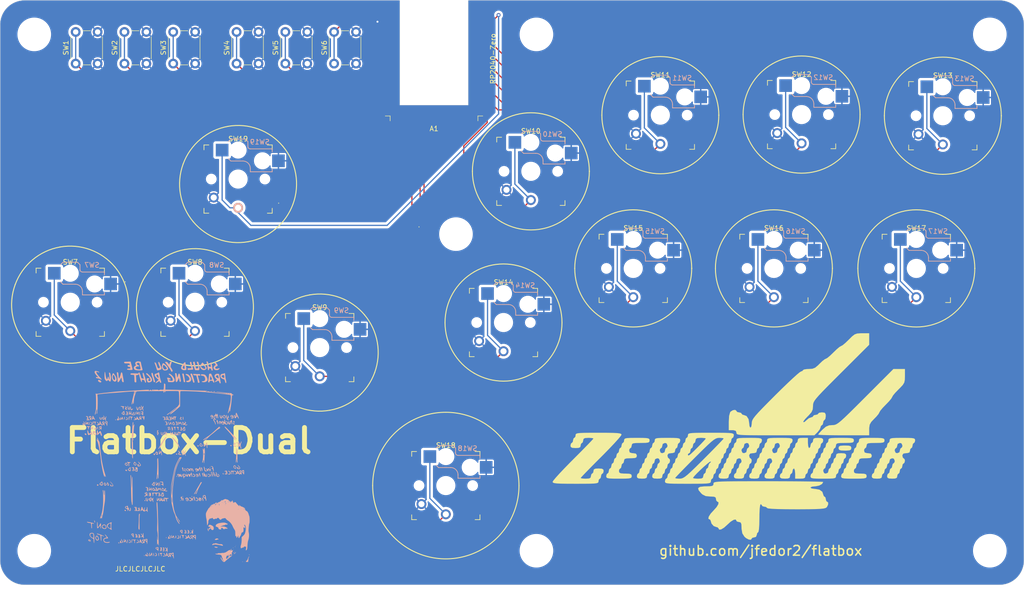
<source format=kicad_pcb>
(kicad_pcb (version 20221018) (generator pcbnew)
  (layers (0 "F.Cu" signal) (31 "B.Cu" signal) (34 "B.Paste" user) (35 "F.Paste" user) (36 "B.SilkS" user "B.Silkscreen") (37 "F.SilkS" user "F.Silkscreen") (38 "B.Mask" user) (39 "F.Mask" user) (44 "Edge.Cuts" user))
  (net 0 "")
  (net 1 "GND")
  (net 2 "LEFT")
  (net 3 "DOWN")
  (net 4 "RIGHT")
  (net 5 "UP")
  (net 6 "L1")
  (net 7 "R1")
  (net 8 "TRIANGLE")
  (net 9 "SQUARE")
  (net 10 "CIRCLE")
  (net 11 "CROSS")
  (net 12 "R2")
  (net 13 "L2")
  (net 14 "OPT1")
  (net 15 "OPT2")
  (net 16 "OPT3")
  (net 17 "OPT4")
  (net 18 "OPT5")
  (net 19 "OPT6")
  (net 23 "UP\\action")
  (footprint "Kailh:Kailh_socket_PG1350_optional" (layer "F.Cu") (at 79.96535 91.98315)
    (fp_text reference "SW8")
    (fp_text value "SW_Push")
  )
  (footprint "Kailh:Kailh_socket_PG1350_optional" (layer "F.Cu") (at 105.551488 101.29307)
    (fp_text reference "SW9")
    (fp_text value "SW_Push")
  )
  (footprint "Kailh:Kailh_socket_PG1350_optional" (layer "F.Cu") (at 131.42 129.62)
    (fp_text reference "SW18")
    (fp_text value "SW_Push")
  )
  (footprint "Kailh:Kailh_socket_PG1350_optional" (layer "F.Cu") (at 148.86 65.11)
    (fp_text reference "SW10")
    (fp_text value "SW_Push")
  )
  (footprint "Kailh:Kailh_socket_PG1350_optional" (layer "F.Cu") (at 175.42 53.58)
    (fp_text reference "SW11")
    (fp_text value "SW_Push")
  )
  (footprint "Kailh:Kailh_socket_PG1350_optional" (layer "F.Cu") (at 204.39 53.46)
    (fp_text reference "SW12")
    (fp_text value "SW_Push")
  )
  (footprint "Kailh:Kailh_socket_PG1350_optional" (layer "F.Cu") (at 233.36 53.7)
    (fp_text reference "SW13")
    (fp_text value "SW_Push")
  )
  (footprint "Kailh:Kailh_socket_PG1350_optional" (layer "F.Cu") (at 143.25 96.15)
    (fp_text reference "SW14")
    (fp_text value "SW_Push")
  )
  (footprint "Kailh:Kailh_socket_PG1350_optional" (layer "F.Cu") (at 169.86 85.04)
    (fp_text reference "SW15")
    (fp_text value "SW_Push")
  )
  (footprint "Kailh:Kailh_socket_PG1350_optional" (layer "F.Cu") (at 198.71 85.04)
    (fp_text reference "SW16")
    (fp_text value "SW_Push")
  )
  (footprint "Kailh:Kailh_socket_PG1350_optional" (layer "F.Cu") (at 227.92 85.04)
    (fp_text reference "SW17")
    (fp_text value "SW_Push")
  )
  (footprint "MountingHole:MountingHole_6.4mm_M6" (layer "F.Cu") (at 47 37)
    (fp_text reference "H1" hide)
    (fp_text value "MountingHole")
  )
  (footprint "MountingHole:MountingHole_6.4mm_M6" (layer "F.Cu") (at 47 143)
    (fp_text reference "H4" hide)
    (fp_text value "MountingHole")
  )
  (footprint "MountingHole:MountingHole_6.4mm_M6" (layer "F.Cu") (at 243 143)
    (fp_text reference "H6" hide)
    (fp_text value "MountingHole")
  )
  (footprint "MountingHole:MountingHole_6.4mm_M6" (layer "F.Cu") (at 243 37)
    (fp_text reference "H3" hide)
    (fp_text value "MountingHole")
  )
  (footprint "Kailh:Kailh_socket_PG1350_optional" (layer "F.Cu") (at 54.385121 91.98315)
    (fp_text reference "SW7")
    (fp_text value "SW_Push")
  )
  (footprint "MountingHole:MountingHole_6.4mm_M6" (layer "F.Cu") (at 150 37)
    (fp_text reference "H2" hide)
    (fp_text value "MountingHole")
  )
  (footprint "Button_Switch_THT:SW_PUSH_6mm_H5mm" (layer "F.Cu") (at 88.5 43 90)
    (fp_text reference "SW4")
    (fp_text value "SW_Push")
  )
  (footprint "Button_Switch_THT:SW_PUSH_6mm_H5mm" (layer "F.Cu") (at 65.5 43 90)
    (fp_text reference "SW2")
    (fp_text value "SW_Push")
  )
  (footprint "Button_Switch_THT:SW_PUSH_6mm_H5mm" (layer "F.Cu") (at 98.5 43 90)
    (fp_text reference "SW5")
    (fp_text value "SW_Push")
  )
  (footprint "Button_Switch_THT:SW_PUSH_6mm_H5mm" (layer "F.Cu") (at 55.5 43 90)
    (fp_text reference "SW1")
    (fp_text value "SW_Push")
  )
  (footprint "Button_Switch_THT:SW_PUSH_6mm_H5mm" (layer "F.Cu") (at 75.5 43 90)
    (fp_text reference "SW3")
    (fp_text value "SW_Push")
  )
  (footprint "Button_Switch_THT:SW_PUSH_6mm_H5mm" (layer "F.Cu") (at 108.5 43 90)
    (fp_text reference "SW6")
    (fp_text value "SW_Push")
  )
  (footprint "MountingHole:MountingHole_6.4mm_M6" (layer "F.Cu") (at 133.5 78)
    (fp_text reference "H7" hide)
    (fp_text value "MountingHole")
  )
  (footprint "MountingHole:MountingHole_6.4mm_M6" (layer "F.Cu") (at 150 143)
    (fp_text reference "H5" hide)
    (fp_text value "MountingHole")
  )
  (footprint "RP2040-Zero:RP2040-Zero" (layer "F.Cu") (at 129 42)
    (fp_text reference "A1")
    (fp_text value "RP2040-Zero")
  )
  (footprint "LOGO" (layer "F.Cu") (at 190.5 121.92)
    (fp_text reference "G***" hide)
    (fp_text value "LOGO" hide)
  )
  (footprint "Kailh:Kailh_socket_PG1350_optional" (layer "F.Cu") (at 88.811691 66.698889)
    (fp_text reference "SW19")
    (fp_text value "SW_Push")
  )
  (footprint "LOGO" (layer "B.Cu") (at 73.66 124.46 180)
    (fp_text reference "G***" hide)
    (fp_text value "LOGO" hide)
  )
  (gr_line (start 216.382567 53.463258) (end 216.382567 53.463258) (stroke (width 0.2)) (layer "F.SilkS"))
  (gr_line (start 245.355098 53.699766) (end 245.355098 53.699766) (stroke (width 0.2)) (layer "F.SilkS"))
  (gr_curve (pts (xy 68.689181 88.90075) (xy 70.158811 84.862974) (xy 73.665117 81.913834) (xy 77.887306 81.164244)) (stroke (width 0.2)) (layer "F.SilkS"))
  (gr_curve (pts (xy 89.158672 85.266686) (xy 91.911229 88.554874) (xy 92.701546 93.067857) (xy 91.231914 97.105635)) (stroke (width 0.2)) (layer "F.SilkS"))
  (gr_curve (pts (xy 181.412661 63.9974) (xy 177.701476 66.145857) (xy 173.129108 66.145857) (xy 169.417923 63.9974)) (stroke (width 0.2)) (layer "F.SilkS"))
  (gr_curve (pts (xy 233.918028 74.621539) (xy 237.629213 76.769996) (xy 239.915397 80.740507) (xy 239.915397 85.037421)) (stroke (width 0.2)) (layer "F.SilkS"))
  (gr_line (start 187.41003 53.581518) (end 187.41003 53.581518) (stroke (width 0.2)) (layer "F.SilkS"))
  (gr_curve (pts (xy 233.918028 95.453303) (xy 230.206843 97.601759) (xy 225.634475 97.601759) (xy 221.92329 95.453303)) (stroke (width 0.2)) (layer "F.SilkS"))
  (gr_curve (pts (xy 123.913745 142.649412) (xy 119.271238 139.9618) (xy 116.411337 134.994889) (xy 116.411337 129.619665)) (stroke (width 0.2)) (layer "F.SilkS"))
  (gr_curve (pts (xy 204.70893 95.453303) (xy 200.997745 97.601759) (xy 196.425377 97.601759) (xy 192.714192 95.453303)) (stroke (width 0.2)) (layer "F.SilkS"))
  (gr_curve (pts (xy 192.714192 74.621539) (xy 196.425377 72.473082) (xy 200.997745 72.473082) (xy 204.70893 74.621539)) (stroke (width 0.2)) (layer "F.SilkS"))
  (gr_curve (pts (xy 239.915397 85.037421) (xy 239.915397 89.334334) (xy 237.629213 93.304846) (xy 233.918028 95.453303)) (stroke (width 0.2)) (layer "F.SilkS"))
  (gr_curve (pts (xy 142.865684 75.530868) (xy 139.154499 73.382411) (xy 136.868315 69.4119) (xy 136.868315 65.114986)) (stroke (width 0.2)) (layer "F.SilkS"))
  (gr_curve (pts (xy 210.706299 85.037421) (xy 210.706299 89.334334) (xy 208.420115 93.304846) (xy 204.70893 95.453303)) (stroke (width 0.2)) (layer "F.SilkS"))
  (gr_curve (pts (xy 210.385198 43.047376) (xy 214.096383 45.195832) (xy 216.382567 49.166344) (xy 216.382567 53.463258)) (stroke (width 0.2)) (layer "F.SilkS"))
  (gr_line (start 181.852021 85.037421) (end 181.852021 85.037421) (stroke (width 0.2)) (layer "F.SilkS"))
  (gr_curve (pts (xy 221.92329 95.453303) (xy 218.212105 93.304846) (xy 215.925921 89.334334) (xy 215.925921 85.037421)) (stroke (width 0.2)) (layer "F.SilkS"))
  (gr_curve (pts (xy 82.033789 104.842141) (xy 77.8116 105.591729) (xy 73.514981 104.027887) (xy 70.762423 100.739699)) (stroke (width 0.2)) (layer "F.SilkS"))
  (gr_curve (pts (xy 175.854652 95.453303) (xy 172.143467 97.601759) (xy 167.571099 97.601759) (xy 163.859914 95.453303)) (stroke (width 0.2)) (layer "F.SilkS"))
  (gr_line (start 239.915397 85.037421) (end 239.915397 85.037421) (stroke (width 0.2)) (layer "F.SilkS"))
  (gr_curve (pts (xy 186.716823 85.037421) (xy 186.716823 80.740507) (xy 189.003008 76.769996) (xy 192.714192 74.621539)) (stroke (width 0.2)) (layer "F.SilkS"))
  (gr_curve (pts (xy 138.918561 142.649412) (xy 134.276055 145.337024) (xy 128.556251 145.337024) (xy 123.913745 142.649412)) (stroke (width 0.2)) (layer "F.SilkS"))
  (gr_curve (pts (xy 169.417923 43.165636) (xy 173.129108 41.01718) (xy 177.701476 41.01718) (xy 181.412661 43.165636)) (stroke (width 0.2)) (layer "F.SilkS"))
  (gr_curve (pts (xy 63.55 84.75) (xy 66.302557 88.038189) (xy 67.092873 92.551171) (xy 65.623242 96.588949)) (stroke (width 0.2)) (layer "F.SilkS"))
  (gr_curve (pts (xy 245.355098 53.699766) (xy 245.355097 60.342218) (xy 239.98487 65.72699) (xy 233.36036 65.72699)) (stroke (width 0.2)) (layer "F.SilkS"))
  (gr_curve (pts (xy 160.857791 65.114986) (xy 160.857791 69.4119) (xy 158.571607 73.382411) (xy 154.860422 75.530868)) (stroke (width 0.2)) (layer "F.SilkS"))
  (gr_curve (pts (xy 52.278634 80.647558) (xy 56.500822 79.897969) (xy 60.797443 81.461811) (xy 63.55 84.75)) (stroke (width 0.2)) (layer "F.SilkS"))
  (gr_curve (pts (xy 131.255108 96.153426) (xy 131.255108 91.856513) (xy 133.541293 87.886001) (xy 137.252477 85.737546)) (stroke (width 0.2)) (layer "F.SilkS"))
  (gr_curve (pts (xy 192.393091 53.463258) (xy 192.393091 49.166344) (xy 194.679275 45.195832) (xy 198.39046 43.047376)) (stroke (width 0.2)) (layer "F.SilkS"))
  (gr_curve (pts (xy 107.626071 114.15697) (xy 103.403884 114.906559) (xy 99.107263 113.342717) (xy 96.354705 110.054529)) (stroke (width 0.2)) (layer "F.SilkS"))
  (gr_curve (pts (xy 94.281464 98.21558) (xy 95.751095 94.177801) (xy 99.257399 91.228663) (xy 103.479588 90.479074)) (stroke (width 0.2)) (layer "F.SilkS"))
  (gr_curve (pts (xy 137.252477 85.737546) (xy 140.963662 83.589088) (xy 145.53603 83.589088) (xy 149.247215 85.737546)) (stroke (width 0.2)) (layer "F.SilkS"))
  (gr_curve (pts (xy 154.860422 54.699104) (xy 158.571607 56.847561) (xy 160.857791 60.818073) (xy 160.857791 65.114986)) (stroke (width 0.2)) (layer "F.SilkS"))
  (gr_curve (pts (xy 98.005014 59.982425) (xy 100.757571 63.270615) (xy 101.547887 67.783597) (xy 100.078256 71.821374)) (stroke (width 0.2)) (layer "F.SilkS"))
  (gr_curve (pts (xy 221.92329 74.621539) (xy 225.634475 72.473082) (xy 230.206843 72.473082) (xy 233.918028 74.621539)) (stroke (width 0.2)) (layer "F.SilkS"))
  (gr_line (start 155.244584 96.153426) (end 155.244584 96.153426) (stroke (width 0.2)) (layer "F.SilkS"))
  (gr_curve (pts (xy 181.852021 85.037421) (xy 181.852021 89.334334) (xy 179.565837 93.304846) (xy 175.854652 95.453303)) (stroke (width 0.2)) (layer "F.SilkS"))
  (gr_curve (pts (xy 138.918561 116.589918) (xy 143.561067 119.277529) (xy 146.420969 124.244441) (xy 146.420969 129.619665)) (stroke (width 0.2)) (layer "F.SilkS"))
  (gr_curve (pts (xy 56.425117 104.325455) (xy 52.202929 105.075044) (xy 47.906309 103.511202) (xy 45.153751 100.223013)) (stroke (width 0.2)) (layer "F.SilkS"))
  (gr_curve (pts (xy 227.362991 43.283884) (xy 231.074176 41.135427) (xy 235.646544 41.135427) (xy 239.357729 43.283884)) (stroke (width 0.2)) (layer "F.SilkS"))
  (gr_curve (pts (xy 169.417923 63.9974) (xy 165.706739 61.848943) (xy 163.420555 57.878432) (xy 163.420555 53.581518)) (stroke (width 0.2)) (layer "F.SilkS"))
  (gr_curve (pts (xy 116.411337 129.619665) (xy 116.411337 124.244441) (xy 119.271238 119.277529) (xy 123.913745 116.589918)) (stroke (width 0.2)) (layer "F.SilkS"))
  (gr_line (start 160.857791 65.114986) (end 160.857791 65.114986) (stroke (width 0.2)) (layer "F.SilkS"))
  (gr_curve (pts (xy 149.247215 85.737546) (xy 152.9584 87.886001) (xy 155.244584 91.856513) (xy 155.244584 96.153426)) (stroke (width 0.2)) (layer "F.SilkS"))
  (gr_curve (pts (xy 215.925921 85.037421) (xy 215.925921 80.740507) (xy 218.212105 76.769996) (xy 221.92329 74.621539)) (stroke (width 0.2)) (layer "F.SilkS"))
  (gr_curve (pts (xy 163.859914 95.453303) (xy 160.148729 93.304846) (xy 157.862545 89.334334) (xy 157.862545 85.037421)) (stroke (width 0.2)) (layer "F.SilkS"))
  (gr_curve (pts (xy 181.412661 43.165636) (xy 185.123846 45.314093) (xy 187.41003 49.284605) (xy 187.41003 53.581518)) (stroke (width 0.2)) (layer "F.SilkS"))
  (gr_curve (pts (xy 163.859914 74.621539) (xy 167.571099 72.473082) (xy 172.143467 72.473082) (xy 175.854652 74.621539)) (stroke (width 0.2)) (layer "F.SilkS"))
  (gr_curve (pts (xy 239.357729 43.283884) (xy 243.068914 45.432341) (xy 245.355098 49.402853) (xy 245.355098 53.699766)) (stroke (width 0.2)) (layer "F.SilkS"))
  (gr_curve (pts (xy 65.623242 96.588949) (xy 64.153612 100.626724) (xy 60.647306 103.575866) (xy 56.425117 104.325455)) (stroke (width 0.2)) (layer "F.SilkS"))
  (gr_curve (pts (xy 163.420555 53.581518) (xy 163.420555 49.284605) (xy 165.706739 45.314093) (xy 169.417923 43.165636)) (stroke (width 0.2)) (layer "F.SilkS"))
  (gr_line (start 65.655028 87.79641) (end 65.655028 87.79641) (stroke (width 0.2)) (layer "F.SilkS"))
  (gr_curve (pts (xy 103.479588 90.479074) (xy 107.701777 89.729484) (xy 111.998397 91.293326) (xy 114.750954 94.581515)) (stroke (width 0.2)) (layer "F.SilkS"))
  (gr_curve (pts (xy 146.420969 129.619665) (xy 146.420969 134.994889) (xy 143.561067 139.9618) (xy 138.918561 142.649412)) (stroke (width 0.2)) (layer "F.SilkS"))
  (gr_curve (pts (xy 157.862545 85.037421) (xy 157.862545 80.740507) (xy 160.148729 76.769996) (xy 163.859914 74.621539)) (stroke (width 0.2)) (layer "F.SilkS"))
  (gr_curve (pts (xy 79.608765 75.455438) (xy 76.856207 72.167249) (xy 76.065891 67.654268) (xy 77.535523 63.616489)) (stroke (width 0.2)) (layer "F.SilkS"))
  (gr_curve (pts (xy 114.750954 94.581515) (xy 117.503512 97.869705) (xy 118.293828 102.382685) (xy 116.824196 106.420464)) (stroke (width 0.2)) (layer "F.SilkS"))
  (gr_curve (pts (xy 123.913745 116.589918) (xy 128.556251 113.902306) (xy 134.276055 113.902306) (xy 138.918561 116.589918)) (stroke (width 0.2)) (layer "F.SilkS"))
  (gr_curve (pts (xy 96.354705 110.054529) (xy 93.602148 106.766339) (xy 92.811834 102.253357) (xy 94.281464 98.21558)) (stroke (width 0.2)) (layer "F.SilkS"))
  (gr_curve (pts (xy 210.385198 63.879139) (xy 206.674013 66.027596) (xy 202.101645 66.027596) (xy 198.39046 63.879139)) (stroke (width 0.2)) (layer "F.SilkS"))
  (gr_curve (pts (xy 221.365622 53.699766) (xy 221.365622 49.402853) (xy 223.651806 45.432341) (xy 227.362991 43.283884)) (stroke (width 0.2)) (layer "F.SilkS"))
  (gr_curve (pts (xy 70.762423 100.739699) (xy 68.009866 97.45151) (xy 67.21955 92.938528) (xy 68.689181 88.90075)) (stroke (width 0.2)) (layer "F.SilkS"))
  (gr_curve (pts (xy 187.41003 53.581518) (xy 187.41003 57.878432) (xy 185.123846 61.848943) (xy 181.412661 63.9974)) (stroke (width 0.2)) (layer "F.SilkS"))
  (gr_curve (pts (xy 198.39046 63.879139) (xy 194.679275 61.730683) (xy 192.393091 57.760171) (xy 192.393091 53.463258)) (stroke (width 0.2)) (layer "F.SilkS"))
  (gr_curve (pts (xy 137.252477 106.569308) (xy 133.541293 104.420852) (xy 131.255108 100.45034) (xy 131.255108 96.153426)) (stroke (width 0.2)) (layer "F.SilkS"))
  (gr_curve (pts (xy 77.887306 81.164244) (xy 82.109494 80.414656) (xy 86.406114 81.978498) (xy 89.158672 85.266686)) (stroke (width 0.2)) (layer "F.SilkS"))
  (gr_curve (pts (xy 136.868315 65.114986) (xy 136.868315 60.818073) (xy 139.154499 56.847561) (xy 142.865684 54.699104)) (stroke (width 0.2)) (layer "F.SilkS"))
  (gr_line (start 125.917273 76.523042) (end 125.917273 76.523042) (stroke (width 0.2)) (layer "F.SilkS"))
  (gr_line (start 97.130699 71.64215) (end 97.130699 71.64215) (stroke (width 0.2)) (layer "F.SilkS"))
  (gr_curve (pts (xy 77.535523 63.616489) (xy 79.005153 59.578713) (xy 82.511459 56.629572) (xy 86.733648 55.879982)) (stroke (width 0.2)) (layer "F.SilkS"))
  (gr_curve (pts (xy 149.247215 106.569308) (xy 145.53603 108.717765) (xy 140.963662 108.717765) (xy 137.252477 106.569308)) (stroke (width 0.2)) (layer "F.SilkS"))
  (gr_curve (pts (xy 100.078256 71.821374) (xy 98.608625 75.859152) (xy 95.10232 78.808291) (xy 90.880131 79.55788)) (stroke (width 0.2)) (layer "F.SilkS"))
  (gr_curve (pts (xy 155.244584 96.153426) (xy 155.244584 100.45034) (xy 152.9584 104.420852) (xy 149.247215 106.569308)) (stroke (width 0.2)) (layer "F.SilkS"))
  (gr_curve (pts (xy 91.231914 97.105635) (xy 89.762283 101.143412) (xy 86.255978 104.092551) (xy 82.033789 104.842141)) (stroke (width 0.2)) (layer "F.SilkS"))
  (gr_curve (pts (xy 192.714192 95.453303) (xy 189.003008 93.304846) (xy 186.716823 89.334334) (xy 186.716823 85.037421)) (stroke (width 0.2)) (layer "F.SilkS"))
  (gr_curve (pts (xy 175.854652 74.621539) (xy 179.565837 76.769996) (xy 181.852021 80.740507) (xy 181.852021 85.037421)) (stroke (width 0.2)) (layer "F.SilkS"))
  (gr_curve (pts (xy 86.733648 55.879982) (xy 90.955835 55.130395) (xy 95.252456 56.694237) (xy 98.005014 59.982425)) (stroke (width 0.2)) (layer "F.SilkS"))
  (gr_curve (pts (xy 45.153751 100.223013) (xy 42.401193 96.934824) (xy 41.610878 92.421842) (xy 43.08051 88.384064)) (stroke (width 0.2)) (layer "F.SilkS"))
  (gr_curve (pts (xy 43.08051 88.384064) (xy 44.55014 84.346287) (xy 48.056445 81.397147) (xy 52.278634 80.647558)) (stroke (width 0.2)) (layer "F.SilkS"))
  (gr_line (start 146.420969 129.619665) (end 146.420969 129.619665) (stroke (width 0.2)) (layer "F.SilkS"))
  (gr_curve (pts (xy 116.824196 106.420464) (xy 115.354566 110.458241) (xy 111.84826 113.407381) (xy 107.626071 114.15697)) (stroke (width 0.2)) (layer "F.SilkS"))
  (gr_curve (pts (xy 233.36036 65.72699) (xy 226.73585 65.72699) (xy 221.365623 60.342218) (xy 221.365622 53.699766)) (stroke (width 0.2)) (layer "F.SilkS"))
  (gr_curve (pts (xy 154.860422 75.530868) (xy 151.149237 77.679325) (xy 146.576869 77.679325) (xy 142.865684 75.530868)) (stroke (width 0.2)) (layer "F.SilkS"))
  (gr_curve (pts (xy 90.880131 79.55788) (xy 86.657942 80.307469) (xy 82.361323 78.743628) (xy 79.608765 75.455438)) (stroke (width 0.2)) (layer "F.SilkS"))
  (gr_curve (pts (xy 204.70893 74.621539) (xy 208.420115 76.769996) (xy 210.706299 80.740507) (xy 210.706299 85.037421)) (stroke (width 0.2)) (layer "F.SilkS"))
  (gr_curve (pts (xy 198.39046 43.047376) (xy 202.101645 40.898919) (xy 206.674013 40.898919) (xy 210.385198 43.047376)) (stroke (width 0.2)) (layer "F.SilkS"))
  (gr_curve (pts (xy 216.382567 53.463258) (xy 216.382567 57.760171) (xy 214.096383 61.730683) (xy 210.385198 63.879139)) (stroke (width 0.2)) (layer "F.SilkS"))
  (gr_curve (pts (xy 142.865684 54.699104) (xy 146.576869 52.550648) (xy 151.149237 52.550648) (xy 154.860422 54.699104)) (stroke (width 0.2)) (layer "F.SilkS"))
  (gr_line (start 210.706299 85.037421) (end 210.706299 85.037421) (stroke (width 0.2)) (layer "F.SilkS"))
  (gr_line (start 250 35) (end 250 145) (stroke (width 0.05)) (layer "Edge.Cuts"))
  (gr_line (start 245 150) (end 45 150) (stroke (width 0.05)) (layer "Edge.Cuts"))
  (gr_line (start 40 145) (end 40 35) (stroke (width 0.05)) (layer "Edge.Cuts"))
  (gr_line (start 45 30) (end 122 30) (stroke (width 0.05)) (layer "Edge.Cuts"))
  (gr_line (start 136 30) (end 245 30) (stroke (width 0.05)) (layer "Edge.Cuts"))
  (gr_line (start 122 30) (end 122 51.5) (stroke (width 0.05)) (layer "Edge.Cuts"))
  (gr_arc (start 40 35) (mid 41.464466 31.464466) (end 45 30) (stroke (width 0.05)) (layer "Edge.Cuts"))
  (gr_line (start 136 51.5) (end 136 30) (stroke (width 0.05)) (layer "Edge.Cuts"))
  (gr_arc (start 45 150) (mid 41.464466 148.535534) (end 40 145) (stroke (width 0.05)) (layer "Edge.Cuts"))
  (gr_arc (start 250 145) (mid 248.535534 148.535534) (end 245 150) (stroke (width 0.05)) (layer "Edge.Cuts"))
  (gr_arc (start 245 30) (mid 248.535534 31.464466) (end 250 35) (stroke (width 0.05)) (layer "Edge.Cuts"))
  (gr_line (start 122 51.5) (end 136 51.5) (stroke (width 0.05)) (layer "Edge.Cuts"))
  (gr_text "JLCJLCJLCJLC" (at 63.5 147.32) (layer "F.SilkS") (effects (font (size 1 1)) (justify left bottom)))
  (gr_text "RP2040-Zero" (at 141.1 42 90) (layer "F.SilkS") (effects (font (size 1 1))))
  (gr_text "\n\n\n\n" (at 82 143) (layer "F.SilkS") (effects (font (size 2 2) (thickness 0.3))))
  (gr_text "github.com/jfedor2/flatbox" (at 196 143) (layer "F.SilkS") (effects (font (size 2 2) (thickness 0.3))))
  (gr_text "Flatbox-Dual\n\n" (at 78.74 124.46) (layer "F.SilkS") (effects (font (size 5 5) (thickness 1))))
  (segment (start 117.42 34.38) (end 117.4 34.4) (width 0.381) (layer "F.Cu") (net 1))
  (segment (start 119.84 34.38) (end 117.42 34.38) (width 0.381) (layer "F.Cu") (net 1))
  (via (at 117.4 34.4) (size 0.8) (drill 0.4) (layers "F.Cu" "B.Cu") (net 1))
  (segment (start 77.15 51.6) (end 66.04 62.71) (width 0.254) (layer "F.Cu") (net 2))
  (segment (start 58.101971 101.6) (end 54.385121 97.88315) (width 0.254) (layer "F.Cu") (net 2))
  (segment (start 108.7 51.6) (end 77.15 51.6) (width 0.254) (layer "F.Cu") (net 2))
  (segment (start 63.5 101.6) (end 58.101971 101.6) (width 0.254) (layer "F.Cu") (net 2))
  (segment (start 66.04 99.06) (end 63.5 101.6) (width 0.254) (layer "F.Cu") (net 2))
  (segment (start 123.92 54.58) (end 122.4 56.1) (width 0.254) (layer "F.Cu") (net 2))
  (segment (start 113.2 56.1) (end 108.7 51.6) (width 0.254) (layer "F.Cu") (net 2))
  (segment (start 122.4 56.1) (end 113.2 56.1) (width 0.254) (layer "F.Cu") (net 2))
  (segment (start 66.04 62.71) (end 66.04 99.06) (width 0.254) (layer "F.Cu") (net 2))
  (segment (start 123.92 53.7) (end 123.92 54.58) (width 0.254) (layer "F.Cu") (net 2))
  (segment (start 51.110121 86.03315) (end 51.110121 94.60815) (width 0.254) (layer "B.Cu") (net 2))
  (segment (start 51.110121 94.60815) (end 54.385121 97.88315) (width 0.254) (layer "B.Cu") (net 2))
  (segment (start 68.58 99.06) (end 71.12 101.6) (width 0.254) (layer "F.Cu") (net 3))
  (segment (start 71.12 101.6) (end 76.2 101.6) (width 0.254) (layer "F.Cu") (net 3))
  (segment (start 126.46 54.54) (end 123.3 57.7) (width 0.254) (layer "F.Cu") (net 3))
  (segment (start 78.7885 99.06) (end 79.96535 97.88315) (width 0.254) (layer "F.Cu") (net 3))
  (segment (start 78.74 99.06) (end 78.7885 99.06) (width 0.254) (layer "F.Cu") (net 3))
  (segment (start 78.74 53.34) (end 68.58 63.5) (width 0.254) (layer "F.Cu") (net 3))
  (segment (start 126.46 53.7) (end 126.46 54.54) (width 0.254) (layer "F.Cu") (net 3))
  (segment (start 68.58 63.5) (end 68.58 99.06) (width 0.254) (layer "F.Cu") (net 3))
  (segment (start 112.95 57.7) (end 108.59 53.34) (width 0.254) (layer "F.Cu") (net 3))
  (segment (start 76.2 101.6) (end 78.74 99.06) (width 0.254) (layer "F.Cu") (net 3))
  (segment (start 123.3 57.7) (end 112.95 57.7) (width 0.254) (layer "F.Cu") (net 3))
  (segment (start 108.59 53.34) (end 78.74 53.34) (width 0.254) (layer "F.Cu") (net 3))
  (segment (start 76.69035 94.60815) (end 79.96535 97.88315) (width 0.254) (layer "B.Cu") (net 3))
  (segment (start 76.69035 86.03315) (end 76.69035 94.60815) (width 0.254) (layer "B.Cu") (net 3))
  (segment (start 107.19307 107.19307) (end 105.551488 107.19307) (width 0.254) (layer "F.Cu") (net 4))
  (segment (start 129 53.7) (end 129 54.5) (width 0.254) (layer "F.Cu") (net 4))
  (segment (start 111.76 111.76) (end 107.19307 107.19307) (width 0.254) (layer "F.Cu") (net 4))
  (segment (start 124.46 59.04) (end 124.46 101.6) (width 0.254) (layer "F.Cu") (net 4))
  (segment (start 124.46 101.6) (end 114.3 111.76) (width 0.254) (layer "F.Cu") (net 4))
  (segment (start 114.3 111.76) (end 111.76 111.76) (width 0.254) (layer "F.Cu") (net 4))
  (segment (start 129 54.5) (end 124.46 59.04) (width 0.254) (layer "F.Cu") (net 4))
  (segment (start 102.276488 103.91807) (end 105.551488 107.19307) (width 0.254) (layer "B.Cu") (net 4))
  (segment (start 102.276488 95.34307) (end 102.276488 103.91807) (width 0.254) (layer "B.Cu") (net 4))
  (segment (start 131.54 53.7) (end 131.54 54.36) (width 0.254) (layer "F.Cu") (net 5))
  (segment (start 131.54 54.36) (end 126.14599 59.75401) (width 0.254) (layer "F.Cu") (net 5))
  (segment (start 114.2 140.5) (end 117.45 143.75) (width 0.254) (layer "F.Cu") (net 5))
  (segment (start 126.14599 102.80401) (end 114.2 114.75) (width 0.254) (layer "F.Cu") (net 5))
  (segment (start 117.45 143.75) (end 123.19 143.75) (width 0.254) (layer "F.Cu") (net 5))
  (segment (start 114.2 114.75) (end 114.2 140.5) (width 0.254) (layer "F.Cu") (net 5))
  (segment (start 123.19 143.75) (end 131.42 135.52) (width 0.254) (layer "F.Cu") (net 5))
  (segment (start 126.14599 59.75401) (end 126.14599 102.80401) (width 0.254) (layer "F.Cu") (net 5))
  (segment (start 128.145 123.67) (end 128.145 132.245) (width 0.254) (layer "B.Cu") (net 5))
  (segment (start 128.145 132.245) (end 131.42 135.52) (width 0.254) (layer "B.Cu") (net 5))
  (segment (start 138.16 36.92) (end 138.92 36.92) (width 0.254) (layer "F.Cu") (net 6))
  (segment (start 153.375 46.6) (end 161.575 38.4) (width 0.254) (layer "F.Cu") (net 6))
  (segment (start 138.92 36.92) (end 148.6 46.6) (width 0.254) (layer "F.Cu") (net 6))
  (segment (start 227.81 65.15) (end 233.36 59.6) (width 0.254) (layer "F.Cu") (net 6))
  (segment (start 223.4 65.15) (end 227.81 65.15) (width 0.254) (layer "F.Cu") (net 6))
  (segment (start 148.6 46.6) (end 153.375 46.6) (width 0.254) (layer "F.Cu") (net 6))
  (segment (start 161.575 38.4) (end 210.45 38.4) (width 0.254) (layer "F.Cu") (net 6))
  (segment (start 210.45 38.4) (end 219.8 47.75) (width 0.254) (layer "F.Cu") (net 6))
  (segment (start 219.8 47.75) (end 219.8 61.55) (width 0.254) (layer "F.Cu") (net 6))
  (segment (start 219.8 61.55) (end 223.4 65.15) (width 0.254) (layer "F.Cu") (net 6))
  (segment (start 230.085 56.325) (end 233.36 59.6) (width 0.254) (layer "B.Cu") (net 6))
  (segment (start 230.085 47.75) (end 230.085 56.325) (width 0.254) (layer "B.Cu") (net 6))
  (segment (start 139 42) (end 145.2 48.2) (width 0.254) (layer "F.Cu") (net 7))
  (segment (start 190.9 62.85) (end 193.9 65.85) (width 0.254) (layer "F.Cu") (net 7))
  (segment (start 145.2 48.2) (end 154.2 48.2) (width 0.254) (layer "F.Cu") (net 7))
  (segment (start 204.39 59.81) (end 204.39 59.36) (width 0.254) (layer "F.Cu") (net 7))
  (segment (start 198.35 65.85) (end 204.39 59.81) (width 0.254) (layer "F.Cu") (net 7))
  (segment (start 154.2 48.2) (end 162.4 40) (width 0.254) (layer "F.Cu") (net 7))
  (segment (start 193.9 65.85) (end 198.35 65.85) (width 0.254) (layer "F.Cu") (net 7))
  (segment (start 184.25 40) (end 190.9 46.65) (width 0.254) (layer "F.Cu") (net 7))
  (segment (start 162.4 40) (end 184.25 40) (width 0.254) (layer "F.Cu") (net 7))
  (segment (start 190.9 46.65) (end 190.9 62.85) (width 0.254) (layer "F.Cu") (net 7))
  (segment (start 201.115 47.51) (end 201.115 56.085) (width 0.254) (layer "B.Cu") (net 7))
  (segment (start 201.115 56.085) (end 204.39 59.36) (width 0.254) (layer "B.Cu") (net 7))
  (segment (start 138.16 47.08) (end 139.08 47.08) (width 0.254) (layer "F.Cu") (net 8))
  (segment (start 157 51.6) (end 162.65 57.25) (width 0.254) (layer "F.Cu") (net 8))
  (segment (start 143.6 51.6) (end 157 51.6) (width 0.254) (layer "F.Cu") (net 8))
  (segment (start 162.65 57.25) (end 162.65 61.75) (width 0.254) (layer "F.Cu") (net 8))
  (segment (start 169.85 65.05) (end 175.42 59.48) (width 0.254) (layer "F.Cu") (net 8))
  (segment (start 165.95 65.05) (end 169.85 65.05) (width 0.254) (layer "F.Cu") (net 8))
  (segment (start 162.65 61.75) (end 165.95 65.05) (width 0.254) (layer "F.Cu") (net 8))
  (segment (start 139.08 47.08) (end 143.6 51.6) (width 0.254) (layer "F.Cu") (net 8))
  (segment (start 172.145 47.63) (end 172.145 56.205) (width 0.254) (layer "B.Cu") (net 8))
  (segment (start 172.145 56.205) (end 175.42 59.48) (width 0.254) (layer "B.Cu") (net 8))
  (segment (start 135.1 69.6) (end 141.85 76.35) (width 0.254) (layer "F.Cu") (net 9))
  (segment (start 138.16 52.16) (end 138.96 52.16) (width 0.254) (layer "F.Cu") (net 9))
  (segment (start 135.1 59.9) (end 135.1 69.6) (width 0.254) (layer "F.Cu") (net 9))
  (segment (start 143.52 76.35) (end 148.86 71.01) (width 0.254) (layer "F.Cu") (net 9))
  (segment (start 141.85 76.35) (end 143.52 76.35) (width 0.254) (layer "F.Cu") (net 9))
  (segment (start 139.9 53.1) (end 139.9 55.1) (width 0.254) (layer "F.Cu") (net 9))
  (segment (start 138.96 52.16) (end 139.9 53.1) (width 0.254) (layer "F.Cu") (net 9))
  (segment (start 139.9 55.1) (end 135.1 59.9) (width 0.254) (layer "F.Cu") (net 9))
  (segment (start 145.585 59.16) (end 145.585 67.735) (width 0.254) (layer "B.Cu") (net 9))
  (segment (start 145.585 67.735) (end 148.86 71.01) (width 0.254) (layer "B.Cu") (net 9))
  (segment (start 142.1 52.5) (end 156.525 52.5) (width 0.254) (layer "F.Cu") (net 10))
  (segment (start 161.75 72.95) (end 156.65 78.05) (width 0.254) (layer "F.Cu") (net 10))
  (segment (start 138.16 49.62) (end 139.22 49.62) (width 0.254) (layer "F.Cu") (net 10))
  (segment (start 156.65 92.95) (end 160.4 96.7) (width 0.254) (layer "F.Cu") (net 10))
  (segment (start 160.4 96.7) (end 164.1 96.7) (width 0.254) (layer "F.Cu") (net 10))
  (segment (start 161.75 57.725) (end 161.75 72.95) (width 0.254) (layer "F.Cu") (net 10))
  (segment (start 139.22 49.62) (end 142.1 52.5) (width 0.254) (layer "F.Cu") (net 10))
  (segment (start 156.65 78.05) (end 156.65 92.95) (width 0.254) (layer "F.Cu") (net 10))
  (segment (start 156.525 52.5) (end 161.75 57.725) (width 0.254) (layer "F.Cu") (net 10))
  (segment (start 164.1 96.7) (end 169.86 90.94) (width 0.254) (layer "F.Cu") (net 10))
  (segment (start 166.585 79.09) (end 166.585 87.665) (width 0.254) (layer "B.Cu") (net 10))
  (segment (start 166.585 87.665) (end 169.86 90.94) (width 0.254) (layer "B.Cu") (net 10))
  (segment (start 134.08 53.7) (end 134.08 54.42) (width 0.254) (layer "F.Cu") (net 11))
  (segment (start 137.25 108.05) (end 143.25 102.05) (width 0.254) (layer "F.Cu") (net 11))
  (segment (start 126.95 61.55) (end 126.95 102.8) (width 0.254) (layer "F.Cu") (net 11))
  (segment (start 132.2 108.05) (end 137.25 108.05) (width 0.254) (layer "F.Cu") (net 11))
  (segment (start 134.08 54.42) (end 126.95 61.55) (width 0.254) (layer "F.Cu") (net 11))
  (segment (start 126.95 102.8) (end 132.2 108.05) (width 0.254) (layer "F.Cu") (net 11))
  (segment (start 139.975 90.2) (end 139.975 98.775) (width 0.254) (layer "B.Cu") (net 11))
  (segment (start 139.975 98.775) (end 143.25 102.05) (width 0.254) (layer "B.Cu") (net 11))
  (segment (start 188.7 75.35) (end 184.25 79.8) (width 0.254) (layer "F.Cu") (net 12))
  (segment (start 182.35 40.8) (end 188.7 47.15) (width 0.254) (layer "F.Cu") (net 12))
  (segment (start 192.6 97.05) (end 198.71 90.94) (width 0.254) (layer "F.Cu") (net 12))
  (segment (start 138.16 44.54) (end 139.04 44.54) (width 0.254) (layer "F.Cu") (net 12))
  (segment (start 154.6 49) (end 162.8 40.8) (width 0.254) (layer "F.Cu") (net 12))
  (segment (start 188.7 47.15) (end 188.7 75.35) (width 0.254) (layer "F.Cu") (net 12))
  (segment (start 139.04 44.54) (end 143.5 49) (width 0.254) (layer "F.Cu") (net 12))
  (segment (start 184.25 92.7) (end 188.6 97.05) (width 0.254) (layer "F.Cu") (net 12))
  (segment (start 162.8 40.8) (end 182.35 40.8) (width 0.254) (layer "F.Cu") (net 12))
  (segment (start 188.6 97.05) (end 192.6 97.05) (width 0.254) (layer "F.Cu") (net 12))
  (segment (start 184.25 79.8) (end 184.25 92.7) (width 0.254) (layer "F.Cu") (net 12))
  (segment (start 143.5 49) (end 154.6 49) (width 0.254) (layer "F.Cu") (net 12))
  (segment (start 195.435 79.09) (end 195.435 87.665) (width 0.254) (layer "B.Cu") (net 12))
  (segment (start 195.435 87.665) (end 198.71 90.94) (width 0.254) (layer "B.Cu") (net 12))
  (segment (start 208.6 39.2) (end 218 48.6) (width 0.254) (layer "F.Cu") (net 13))
  (segment (start 214 79.25) (end 214 93.75) (width 0.254) (layer "F.Cu") (net 13))
  (segment (start 162 39.2) (end 208.6 39.2) (width 0.254) (layer "F.Cu") (net 13))
  (segment (start 218 75.25) (end 214 79.25) (width 0.254) (layer "F.Cu") (net 13))
  (segment (start 217.25 97) (end 221.86 97) (width 0.254) (layer "F.Cu") (net 13))
  (segment (start 138.16 39.46) (end 139.06 39.46) (width 0.254) (layer "F.Cu") (net 13))
  (segment (start 214 93.75) (end 217.25 97) (width 0.254) (layer "F.Cu") (net 13))
  (segment (start 221.86 97) (end 227.92 90.94) (width 0.254) (layer "F.Cu") (net 13))
  (segment (start 139.06 39.46) (end 147 47.4) (width 0.254) (layer "F.Cu") (net 13))
  (segment (start 218 48.6) (end 218 75.25) (width 0.254) (layer "F.Cu") (net 13))
  (segment (start 147 47.4) (end 153.8 47.4) (width 0.254) (layer "F.Cu") (net 13))
  (segment (start 153.8 47.4) (end 162 39.2) (width 0.254) (layer "F.Cu") (net 13))
  (segment (start 224.645 87.665) (end 227.92 90.94) (width 0.254) (layer "B.Cu") (net 13))
  (segment (start 224.645 79.09) (end 224.645 87.665) (width 0.254) (layer "B.Cu") (net 13))
  (segment (start 119.84 52.16) (end 119.06 52.16) (width 0.254) (layer "F.Cu") (net 14))
  (segment (start 115.7 48.8) (end 61.3 48.8) (width 0.254) (layer "F.Cu") (net 14))
  (segment (start 61.3 48.8) (end 55.5 43) (width 0.254) (layer "F.Cu") (net 14))
  (segment (start 119.06 52.16) (end 115.7 48.8) (width 0.254) (layer "F.Cu") (net 14))
  (segment (start 55.5 36.5) (end 55.5 43) (width 0.254) (layer "B.Cu") (net 14))
  (segment (start 70.5 48) (end 65.5 43) (width 0.254) (layer "F.Cu") (net 15))
  (segment (start 118.72 49.62) (end 117.1 48) (width 0.254) (layer "F.Cu") (net 15))
  (segment (start 119.84 49.62) (end 118.72 49.62) (width 0.254) (layer "F.Cu") (net 15))
  (segment (start 117.1 48) (end 70.5 48) (width 0.254) (layer "F.Cu") (net 15))
  (segment (start 65.5 36.5) (end 65.5 43) (width 0.254) (layer "B.Cu") (net 15))
  (segment (start 119.84 47.08) (end 119.72 47.2) (width 0.254) (layer "F.Cu") (net 16))
  (segment (start 79.7 47.2) (end 75.5 43) (width 0.254) (layer "F.Cu") (net 16))
  (segment (start 119.72 47.2) (end 79.7 47.2) (width 0.254) (layer "F.Cu") (net 16))
  (segment (start 75.5 36.5) (end 75.5 43) (width 0.254) (layer "B.Cu") (net 16))
  (segment (start 91.9 46.4) (end 88.5 43) (width 0.254) (layer "F.Cu") (net 17))
  (segment (start 117.05 46.4) (end 91.9 46.4) (width 0.254) (layer "F.Cu") (net 17))
  (segment (start 118.91 44.54) (end 117.05 46.4) (width 0.254) (layer "F.Cu") (net 17))
  (segment (start 119.84 44.54) (end 118.91 44.54) (width 0.254) (layer "F.Cu") (net 17))
  (segment (start 88.5 36.5) (end 88.5 43) (width 0.254) (layer "B.Cu") (net 17))
  (segment (start 119.84 42) (end 119.1 42) (width 0.254) (layer "F.Cu") (net 18))
  (segment (start 101.1 45.6) (end 98.5 43) (width 0.254) (layer "F.Cu") (net 18))
  (segment (start 119.1 42) (end 115.5 45.6) (width 0.254) (layer "F.Cu") (net 18))
  (segment (start 115.5 45.6) (end 101.1 45.6) (width 0.254) (layer "F.Cu") (net 18))
  (segment (start 98.5 36.5) (end 98.5 43) (width 0.254) (layer "B.Cu") (net 18))
  (segment (start 119.16 39.46) (end 119.84 39.46) (width 0.254) (layer "F.Cu") (net 19))
  (segment (start 110.7 34.3) (end 114 34.3) (width 0.254) (layer "F.Cu") (net 19))
  (segment (start 114 34.3) (end 119.16 39.46) (width 0.254) (layer "F.Cu") (net 19))
  (segment (start 108.5 36.5) (end 110.7 34.3) (width 0.254) (layer "F.Cu") (net 19))
  (segment (start 108.5 36.5) (end 108.5 43) (width 0.254) (layer "B.Cu") (net 19))
  (segment (start 140.88 34.38) (end 138.16 34.38) (width 0.254) (layer "F.Cu") (net 23))
  (segment (start 142.24 33.02) (end 140.88 34.38) (width 0.254) (layer "F.Cu") (net 23))
  (via (at 142.24 33.02) (size 0.8) (drill 0.4) (layers "F.Cu" "B.Cu") (net 23))
  (segment (start 85.536691 70.985994) (end 87.149586 72.598889) (width 0.254) (layer "B.Cu") (net 23))
  (segment (start 91.44 76.2) (end 88.811691 73.571691) (width 0.254) (layer "B.Cu") (net 23))
  (segment (start 142.24 33.02) (end 142.24 53.34) (width 0.254) (layer "B.Cu") (net 23))
  (segment (start 87.149586 72.598889) (end 88.811691 72.598889) (width 0.254) (layer "B.Cu") (net 23))
  (segment (start 88.811691 73.571691) (end 88.811691 72.598889) (width 0.254) (layer "B.Cu") (net 23))
  (segment (start 85.536691 60.748889) (end 85.536691 70.985994) (width 0.254) (layer "B.Cu") (net 23))
  (segment (start 142.24 53.34) (end 119.38 76.2) (width 0.254) (layer "B.Cu") (net 23))
  (segment (start 119.38 76.2) (end 91.44 76.2) (width 0.254) (layer "B.Cu") (net 23))
  (zone (net 1) (net_name "GND") (layer "B.Cu") (connect_pads (clearance 0.508)) (min_thickness 0.254) (fill yes (thermal_gap 0.3) (thermal_bridge_width 0.3))
    (polygon (pts (xy 250 150) (xy 40 150) (xy 40 30) (xy 250 30)))
  )
)
</source>
